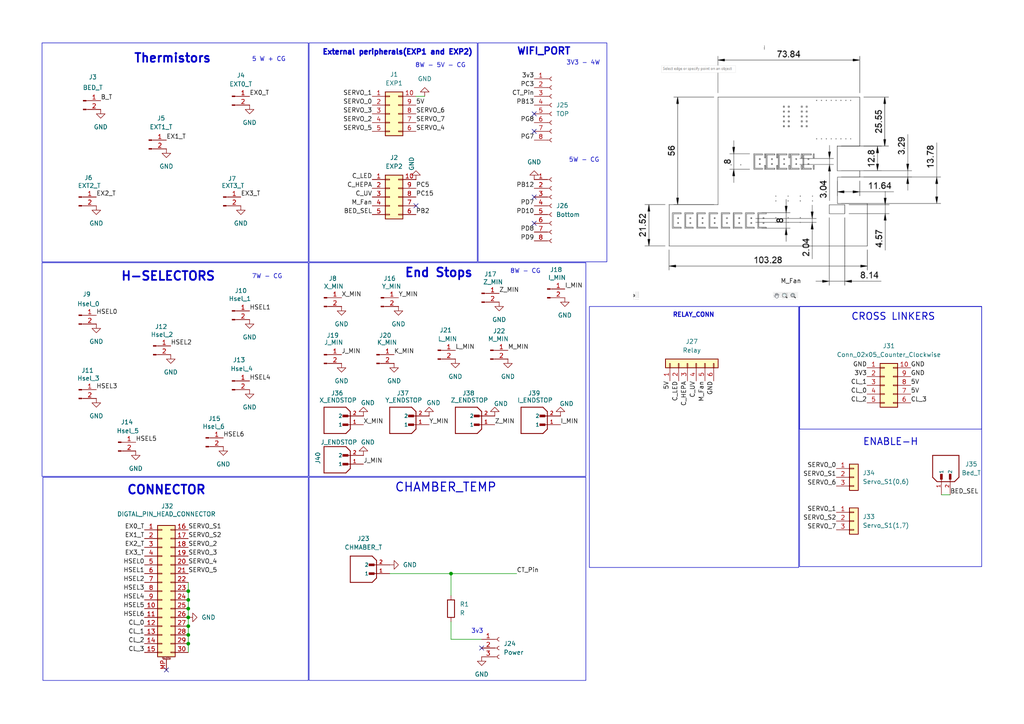
<source format=kicad_sch>
(kicad_sch (version 20231120) (generator "eeschema") (generator_version "8.0")
  (paper "A4")
  (title_block (title "Sister_Board V 1.0 ") (rev "1"))
  (lib_symbols
    (symbol "Connector:Conn_01x02_Pin" (pin_names (offset 1.016) hide)
      (property "Reference" "J" (at 0 2.54 0))
      (property "Value" "Conn_01x02_Pin" (at 0 -5.08 0))
      (symbol "Conn_01x02_Pin_1_1"
        (polyline (pts (xy 1.27 -2.54) (xy 0.8636 -2.54)) (stroke (width 0.1524)))
        (polyline (pts (xy 1.27 0) (xy 0.8636 0)) (stroke (width 0.1524)))
        (rectangle (start 0.8636 -2.413) (end 0 -2.667) (stroke (width 0.1524)) (fill (type outline)))
        (rectangle (start 0.8636 0.127) (end 0 -0.127) (stroke (width 0.1524)) (fill (type outline)))
        (pin passive line (at 5.08 0 180) (length 3.81) (name "Pin_1") (number "1"))
        (pin passive line (at 5.08 -2.54 180) (length 3.81) (name "Pin_2") (number "2"))
      )
    )
    (symbol "Connector:Conn_01x03_Socket" (pin_names (offset 1.016) hide)
      (property "Reference" "J" (at 0 5.08 0))
      (property "Value" "Conn_01x03_Socket" (at 0 -5.08 0))
      (symbol "Conn_01x03_Socket_1_1"
        (arc (start 0 -2.032) (mid -0.5058 -2.54) (end 0 -3.048) (stroke (width 0.1524)))
        (polyline (pts (xy -1.27 -2.54) (xy -0.508 -2.54)) (stroke (width 0.1524)))
        (polyline (pts (xy -1.27 0) (xy -0.508 0)) (stroke (width 0.1524)))
        (polyline (pts (xy -1.27 2.54) (xy -0.508 2.54)) (stroke (width 0.1524)))
        (arc (start 0 0.508) (mid -0.5058 0) (end 0 -0.508) (stroke (width 0.1524)))
        (arc (start 0 3.048) (mid -0.5058 2.54) (end 0 2.032) (stroke (width 0.1524)))
        (pin passive line (at -5.08 2.54 0) (length 3.81) (name "Pin_1") (number "1"))
        (pin passive line (at -5.08 0 0) (length 3.81) (name "Pin_2") (number "2"))
        (pin passive line (at -5.08 -2.54 0) (length 3.81) (name "Pin_3") (number "3"))
      )
    )
    (symbol "Connector:Conn_01x08_Socket" (pin_names (offset 1.016) hide)
      (property "Reference" "J" (at 0 10.16 0))
      (property "Value" "Conn_01x08_Socket" (at 0 -12.7 0))
      (symbol "Conn_01x08_Socket_1_1"
        (arc (start 0 -9.652) (mid -0.5058 -10.16) (end 0 -10.668) (stroke (width 0.1524)))
        (arc (start 0 -7.112) (mid -0.5058 -7.62) (end 0 -8.128) (stroke (width 0.1524)))
        (arc (start 0 -4.572) (mid -0.5058 -5.08) (end 0 -5.588) (stroke (width 0.1524)))
        (arc (start 0 -2.032) (mid -0.5058 -2.54) (end 0 -3.048) (stroke (width 0.1524)))
        (polyline (pts (xy -1.27 -10.16) (xy -0.508 -10.16)) (stroke (width 0.1524)))
        (polyline (pts (xy -1.27 -7.62) (xy -0.508 -7.62)) (stroke (width 0.1524)))
        (polyline (pts (xy -1.27 -5.08) (xy -0.508 -5.08)) (stroke (width 0.1524)))
        (polyline (pts (xy -1.27 -2.54) (xy -0.508 -2.54)) (stroke (width 0.1524)))
        (polyline (pts (xy -1.27 0) (xy -0.508 0)) (stroke (width 0.1524)))
        (polyline (pts (xy -1.27 2.54) (xy -0.508 2.54)) (stroke (width 0.1524)))
        (polyline (pts (xy -1.27 5.08) (xy -0.508 5.08)) (stroke (width 0.1524)))
        (polyline (pts (xy -1.27 7.62) (xy -0.508 7.62)) (stroke (width 0.1524)))
        (arc (start 0 0.508) (mid -0.5058 0) (end 0 -0.508) (stroke (width 0.1524)))
        (arc (start 0 3.048) (mid -0.5058 2.54) (end 0 2.032) (stroke (width 0.1524)))
        (arc (start 0 5.588) (mid -0.5058 5.08) (end 0 4.572) (stroke (width 0.1524)))
        (arc (start 0 8.128) (mid -0.5058 7.62) (end 0 7.112) (stroke (width 0.1524)))
        (pin passive line (at -5.08 7.62 0) (length 3.81) (name "Pin_1") (number "1"))
        (pin passive line (at -5.08 5.08 0) (length 3.81) (name "Pin_2") (number "2"))
        (pin passive line (at -5.08 2.54 0) (length 3.81) (name "Pin_3") (number "3"))
        (pin passive line (at -5.08 0 0) (length 3.81) (name "Pin_4") (number "4"))
        (pin passive line (at -5.08 -2.54 0) (length 3.81) (name "Pin_5") (number "5"))
        (pin passive line (at -5.08 -5.08 0) (length 3.81) (name "Pin_6") (number "6"))
        (pin passive line (at -5.08 -7.62 0) (length 3.81) (name "Pin_7") (number "7"))
        (pin passive line (at -5.08 -10.16 0) (length 3.81) (name "Pin_8") (number "8"))
      )
    )
    (symbol "Connector_Generic:Conn_01x03" (pin_names (offset 1.016) hide)
      (property "Reference" "J" (at 0 5.08 0))
      (property "Value" "Conn_01x03" (at 0 -5.08 0))
      (symbol "Conn_01x03_1_1"
        (rectangle (start -1.27 -2.413) (end 0 -2.667) (stroke (width 0.1524)))
        (rectangle (start -1.27 0.127) (end 0 -0.127) (stroke (width 0.1524)))
        (rectangle (start -1.27 2.667) (end 0 2.413) (stroke (width 0.1524)))
        (rectangle (start -1.27 3.81) (end 1.27 -3.81) (stroke (width 0.254)) (fill (type background)))
        (pin passive line (at -5.08 2.54 0) (length 3.81) (name "Pin_1") (number "1"))
        (pin passive line (at -5.08 0 0) (length 3.81) (name "Pin_2") (number "2"))
        (pin passive line (at -5.08 -2.54 0) (length 3.81) (name "Pin_3") (number "3"))
      )
    )
    (symbol "Connector_Generic:Conn_01x06" (pin_names (offset 1.016) hide)
      (property "Reference" "J" (at 0 7.62 0))
      (property "Value" "Conn_01x06" (at 0 -10.16 0))
      (symbol "Conn_01x06_1_1"
        (rectangle (start -1.27 -7.493) (end 0 -7.747) (stroke (width 0.1524)))
        (rectangle (start -1.27 -4.953) (end 0 -5.207) (stroke (width 0.1524)))
        (rectangle (start -1.27 -2.413) (end 0 -2.667) (stroke (width 0.1524)))
        (rectangle (start -1.27 0.127) (end 0 -0.127) (stroke (width 0.1524)))
        (rectangle (start -1.27 2.667) (end 0 2.413) (stroke (width 0.1524)))
        (rectangle (start -1.27 5.207) (end 0 4.953) (stroke (width 0.1524)))
        (rectangle (start -1.27 6.35) (end 1.27 -8.89) (stroke (width 0.254)) (fill (type background)))
        (pin passive line (at -5.08 5.08 0) (length 3.81) (name "Pin_1") (number "1"))
        (pin passive line (at -5.08 2.54 0) (length 3.81) (name "Pin_2") (number "2"))
        (pin passive line (at -5.08 0 0) (length 3.81) (name "Pin_3") (number "3"))
        (pin passive line (at -5.08 -2.54 0) (length 3.81) (name "Pin_4") (number "4"))
        (pin passive line (at -5.08 -5.08 0) (length 3.81) (name "Pin_5") (number "5"))
        (pin passive line (at -5.08 -7.62 0) (length 3.81) (name "Pin_6") (number "6"))
      )
    )
    (symbol "Connector_Generic:Conn_02x05_Counter_Clockwise" (pin_names (offset 1.016) hide)
      (property "Reference" "J" (at 1.27 7.62 0))
      (property "Value" "Conn_02x05_Counter_Clockwise" (at 1.27 -7.62 0))
      (symbol "Conn_02x05_Counter_Clockwise_1_1"
        (rectangle (start -1.27 -4.953) (end 0 -5.207) (stroke (width 0.1524)))
        (rectangle (start -1.27 -2.413) (end 0 -2.667) (stroke (width 0.1524)))
        (rectangle (start -1.27 0.127) (end 0 -0.127) (stroke (width 0.1524)))
        (rectangle (start -1.27 2.667) (end 0 2.413) (stroke (width 0.1524)))
        (rectangle (start -1.27 5.207) (end 0 4.953) (stroke (width 0.1524)))
        (rectangle (start -1.27 6.35) (end 3.81 -6.35) (stroke (width 0.254)) (fill (type background)))
        (rectangle (start 3.81 -4.953) (end 2.54 -5.207) (stroke (width 0.1524)))
        (rectangle (start 3.81 -2.413) (end 2.54 -2.667) (stroke (width 0.1524)))
        (rectangle (start 3.81 0.127) (end 2.54 -0.127) (stroke (width 0.1524)))
        (rectangle (start 3.81 2.667) (end 2.54 2.413) (stroke (width 0.1524)))
        (rectangle (start 3.81 5.207) (end 2.54 4.953) (stroke (width 0.1524)))
        (pin passive line (at -5.08 5.08 0) (length 3.81) (name "Pin_1") (number "1"))
        (pin passive line (at 7.62 5.08 180) (length 3.81) (name "Pin_10") (number "10"))
        (pin passive line (at -5.08 2.54 0) (length 3.81) (name "Pin_2") (number "2"))
        (pin passive line (at -5.08 0 0) (length 3.81) (name "Pin_3") (number "3"))
        (pin passive line (at -5.08 -2.54 0) (length 3.81) (name "Pin_4") (number "4"))
        (pin passive line (at -5.08 -5.08 0) (length 3.81) (name "Pin_5") (number "5"))
        (pin passive line (at 7.62 -5.08 180) (length 3.81) (name "Pin_6") (number "6"))
        (pin passive line (at 7.62 -2.54 180) (length 3.81) (name "Pin_7") (number "7"))
        (pin passive line (at 7.62 0 180) (length 3.81) (name "Pin_8") (number "8"))
        (pin passive line (at 7.62 2.54 180) (length 3.81) (name "Pin_9") (number "9"))
      )
    )
    (symbol "Connector_Generic_MountingPin:Conn_02x15_Top_Bottom_MountingPin" (pin_names (offset 1.016) hide)
      (property "Reference" "J" (at 1.27 20.32 0))
      (property "Value" "Conn_02x15_Top_Bottom_MountingPin" (at 2.54 -20.32 0))
      (symbol "Conn_02x15_Top_Bottom_MountingPin_1_1"
        (rectangle (start -1.27 -17.653) (end 0 -17.907) (stroke (width 0.1524)))
        (rectangle (start -1.27 -15.113) (end 0 -15.367) (stroke (width 0.1524)))
        (rectangle (start -1.27 -12.573) (end 0 -12.827) (stroke (width 0.1524)))
        (rectangle (start -1.27 -10.033) (end 0 -10.287) (stroke (width 0.1524)))
        (rectangle (start -1.27 -7.493) (end 0 -7.747) (stroke (width 0.1524)))
        (rectangle (start -1.27 -4.953) (end 0 -5.207) (stroke (width 0.1524)))
        (rectangle (start -1.27 -2.413) (end 0 -2.667) (stroke (width 0.1524)))
        (rectangle (start -1.27 0.127) (end 0 -0.127) (stroke (width 0.1524)))
        (rectangle (start -1.27 2.667) (end 0 2.413) (stroke (width 0.1524)))
        (rectangle (start -1.27 5.207) (end 0 4.953) (stroke (width 0.1524)))
        (rectangle (start -1.27 7.747) (end 0 7.493) (stroke (width 0.1524)))
        (rectangle (start -1.27 10.287) (end 0 10.033) (stroke (width 0.1524)))
        (rectangle (start -1.27 12.827) (end 0 12.573) (stroke (width 0.1524)))
        (rectangle (start -1.27 15.367) (end 0 15.113) (stroke (width 0.1524)))
        (rectangle (start -1.27 17.907) (end 0 17.653) (stroke (width 0.1524)))
        (rectangle (start -1.27 19.05) (end 3.81 -19.05) (stroke (width 0.254)) (fill (type background)))
        (polyline (pts (xy 0.254 -19.812) (xy 2.286 -19.812)) (stroke (width 0.1524)))
        (rectangle (start 3.81 -17.653) (end 2.54 -17.907) (stroke (width 0.1524)))
        (rectangle (start 3.81 -15.113) (end 2.54 -15.367) (stroke (width 0.1524)))
        (rectangle (start 3.81 -12.573) (end 2.54 -12.827) (stroke (width 0.1524)))
        (rectangle (start 3.81 -10.033) (end 2.54 -10.287) (stroke (width 0.1524)))
        (rectangle (start 3.81 -7.493) (end 2.54 -7.747) (stroke (width 0.1524)))
        (rectangle (start 3.81 -4.953) (end 2.54 -5.207) (stroke (width 0.1524)))
        (rectangle (start 3.81 -2.413) (end 2.54 -2.667) (stroke (width 0.1524)))
        (rectangle (start 3.81 0.127) (end 2.54 -0.127) (stroke (width 0.1524)))
        (rectangle (start 3.81 2.667) (end 2.54 2.413) (stroke (width 0.1524)))
        (rectangle (start 3.81 5.207) (end 2.54 4.953) (stroke (width 0.1524)))
        (rectangle (start 3.81 7.747) (end 2.54 7.493) (stroke (width 0.1524)))
        (rectangle (start 3.81 10.287) (end 2.54 10.033) (stroke (width 0.1524)))
        (rectangle (start 3.81 12.827) (end 2.54 12.573) (stroke (width 0.1524)))
        (rectangle (start 3.81 15.367) (end 2.54 15.113) (stroke (width 0.1524)))
        (rectangle (start 3.81 17.907) (end 2.54 17.653) (stroke (width 0.1524)))
        (text "Mounting" (at 1.27 -19.431 0) (effects (font (size 0.381 0.381))))
        (pin passive line (at -5.08 17.78 0) (length 3.81) (name "Pin_1") (number "1"))
        (pin passive line (at -5.08 -5.08 0) (length 3.81) (name "Pin_10") (number "10"))
        (pin passive line (at -5.08 -7.62 0) (length 3.81) (name "Pin_11") (number "11"))
        (pin passive line (at -5.08 -10.16 0) (length 3.81) (name "Pin_12") (number "12"))
        (pin passive line (at -5.08 -12.7 0) (length 3.81) (name "Pin_13") (number "13"))
        (pin passive line (at -5.08 -15.24 0) (length 3.81) (name "Pin_14") (number "14"))
        (pin passive line (at -5.08 -17.78 0) (length 3.81) (name "Pin_15") (number "15"))
        (pin passive line (at 7.62 17.78 180) (length 3.81) (name "Pin_16") (number "16"))
        (pin passive line (at 7.62 15.24 180) (length 3.81) (name "Pin_17") (number "17"))
        (pin passive line (at 7.62 12.7 180) (length 3.81) (name "Pin_18") (number "18"))
        (pin passive line (at 7.62 10.16 180) (length 3.81) (name "Pin_19") (number "19"))
        (pin passive line (at -5.08 15.24 0) (length 3.81) (name "Pin_2") (number "2"))
        (pin passive line (at 7.62 7.62 180) (length 3.81) (name "Pin_20") (number "20"))
        (pin passive line (at 7.62 5.08 180) (length 3.81) (name "Pin_21") (number "21"))
        (pin passive line (at 7.62 2.54 180) (length 3.81) (name "Pin_22") (number "22"))
        (pin passive line (at 7.62 0 180) (length 3.81) (name "Pin_23") (number "23"))
        (pin passive line (at 7.62 -2.54 180) (length 3.81) (name "Pin_24") (number "24"))
        (pin passive line (at 7.62 -5.08 180) (length 3.81) (name "Pin_25") (number "25"))
        (pin passive line (at 7.62 -7.62 180) (length 3.81) (name "Pin_26") (number "26"))
        (pin passive line (at 7.62 -10.16 180) (length 3.81) (name "Pin_27") (number "27"))
        (pin passive line (at 7.62 -12.7 180) (length 3.81) (name "Pin_28") (number "28"))
        (pin passive line (at 7.62 -15.24 180) (length 3.81) (name "Pin_29") (number "29"))
        (pin passive line (at -5.08 12.7 0) (length 3.81) (name "Pin_3") (number "3"))
        (pin passive line (at 7.62 -17.78 180) (length 3.81) (name "Pin_30") (number "30"))
        (pin passive line (at -5.08 10.16 0) (length 3.81) (name "Pin_4") (number "4"))
        (pin passive line (at -5.08 7.62 0) (length 3.81) (name "Pin_5") (number "5"))
        (pin passive line (at -5.08 5.08 0) (length 3.81) (name "Pin_6") (number "6"))
        (pin passive line (at -5.08 2.54 0) (length 3.81) (name "Pin_7") (number "7"))
        (pin passive line (at -5.08 0 0) (length 3.81) (name "Pin_8") (number "8"))
        (pin passive line (at -5.08 -2.54 0) (length 3.81) (name "Pin_9") (number "9"))
        (pin passive line (at 1.27 -22.86 90) (length 3.048) (name "MountPin") (number "MP"))
      )
    )
    (symbol "Device:R" (pin_numbers hide) (pin_names (offset 0))
      (property "Reference" "R" (at 2.032 0 90))
      (property "Value" "R" (at 0 0 90))
      (symbol "R_0_1"
        (rectangle (start -1.016 -2.54) (end 1.016 2.54) (stroke (width 0.254)))
      )
      (symbol "R_1_1"
        (pin passive line (at 0 3.81 270) (length 1.27) (name "~") (number "1"))
        (pin passive line (at 0 -3.81 90) (length 1.27) (name "~") (number "2"))
      )
    )
    (symbol "JST_1X02_CE:B2B-XH-A_LF__SN_" (pin_names (offset 1.016))
      (property "Reference" "J" (at -2.54 6.35 0))
      (property "Value" "B2B-XH-A_LF__SN_" (at -2.54 -5.08 0))
      (symbol "B2B-XH-A_LF__SN__0_0"
        (rectangle (start -3.175 -0.3175) (end -1.5875 0.3175) (stroke (width 0.1)) (fill (type outline)))
        (rectangle (start -3.175 2.2225) (end -1.5875 2.8575) (stroke (width 0.1)) (fill (type outline)))
        (polyline (pts (xy -3.81 -1.27) (xy -2.54 -2.54)) (stroke (width 0.254)))
        (polyline (pts (xy -3.81 3.81) (xy -3.81 -1.27)) (stroke (width 0.254)))
        (polyline (pts (xy -3.81 3.81) (xy -2.54 5.08)) (stroke (width 0.254)))
        (polyline (pts (xy -2.54 -2.54) (xy 3.81 -2.54)) (stroke (width 0.254)))
        (polyline (pts (xy 3.81 -2.54) (xy 3.81 5.08)) (stroke (width 0.254)))
        (polyline (pts (xy 3.81 5.08) (xy -2.54 5.08)) (stroke (width 0.254)))
        (pin passive line (at -7.62 2.54 0) (length 5.08) (name "1") (number "1"))
        (pin passive line (at -7.62 0 0) (length 5.08) (name "2") (number "2"))
      )
    )
    (symbol "power:GND" (power) (pin_numbers hide) (pin_names (offset 0) hide)
      (property "Value" "GND" (at 0 -3.81 0))
      (symbol "GND_0_1"
        (polyline (pts (xy 0 0) (xy 0 -1.27) (xy 1.27 -1.27) (xy 0 -2.54) (xy -1.27 -1.27) (xy 0 -1.27)))
      )
      (symbol "GND_1_1"
        (pin power_in line (at 0 0 270) (length 0) (name "~") (number "1"))
      )
    )
  )
  (junction (at 54.61 176.53))
  (junction (at 54.61 179.07))
  (junction (at 54.61 181.61))
  (junction (at 54.61 184.15))
  (junction (at 54.61 173.99))
  (junction (at 54.61 171.45))
  (junction (at 54.61 186.69))
  (junction (at 130.81 166.37))
  (no_connect (at 139.7 187.96))
  (no_connect (at 48.26 194.31))
  (no_connect (at 154.94 38.1))
  (no_connect (at 120.65 59.69))
  (no_connect (at 154.94 33.02))
  (no_connect (at 154.94 64.77))
  (no_connect (at 154.94 57.15))
  (wire (pts (xy 130.81 166.37) (xy 113.03 166.37)))
  (wire (pts (xy 120.65 27.94) (xy 123.19 27.94)))
  (wire (pts (xy 54.61 168.91) (xy 54.61 171.45)))
  (wire (pts (xy 54.61 181.61) (xy 54.61 184.15)))
  (wire (pts (xy 54.61 171.45) (xy 54.61 173.99)))
  (wire (pts (xy 54.61 184.15) (xy 54.61 186.69)))
  (wire (pts (xy 54.61 176.53) (xy 54.61 179.07)))
  (wire (pts (xy 130.81 172.72) (xy 130.81 166.37)))
  (wire (pts (xy 130.81 185.42) (xy 130.81 180.34)))
  (wire (pts (xy 54.61 179.07) (xy 54.61 181.61)))
  (wire (pts (xy 273.05 143.51) (xy 275.59 143.51)))
  (wire (pts (xy 130.81 166.37) (xy 149.86 166.37)))
  (wire (pts (xy 54.61 186.69) (xy 54.61 189.23)))
  (wire (pts (xy 139.7 185.42) (xy 130.81 185.42)))
  (wire (pts (xy 54.61 173.99) (xy 54.61 176.53)))
  (rectangle (start 12.446 138.43) (end 89.408 197.358))
  (rectangle (start 12.192 12.446) (end 89.408 75.946))
  (rectangle (start 138.684 12.446) (end 176.022 75.946))
  (rectangle (start 12.192 76.2) (end 89.408 138.176))
  (rectangle (start 89.662 138.43) (end 169.926 197.358))
  (rectangle (start 89.662 12.446) (end 138.43 75.946))
  (rectangle (start 89.662 76.2) (end 169.926 138.176))
  (rectangle (start 231.902 88.9) (end 284.734 124.46))
  (rectangle (start 170.942 88.9) (end 231.648 164.592))
  (rectangle (start 231.902 88.9) (end 284.734 164.338))
  (image (at 230.124 50.038) (scale 0.408593))
  (text "7W - CG\n" (at 77.47 80.264 0) (effects (font (size 1.27 1.27))))
  (text "5 W + CG\n" (at 77.978 17.272 0) (effects (font (size 1.27 1.27))))
  (text "Thermistors" (at 50.038 17.018 0) (effects (font (size 2.54 2.54) (thickness 0.508) (bold yes))))
  (text "ENABLE-H\n" (at 258.318 128.27 0) (effects (font (size 2.032 2.032) (thickness 0.254) (bold yes))))
  (text "8W - CG\n" (at 152.4 78.74 0) (effects (font (size 1.27 1.27))))
  (text "H-SELECTORS" (at 48.768 80.264 0) (effects (font (size 2.54 2.54) (thickness 0.508) (bold yes))))
  (text "External peripherals(EXP1 and EXP2)" (at 115.316 15.24 0) (effects (font (size 1.524 1.524) (thickness 0.508) (bold yes))))
  (text "CONNECTOR" (at 48.26 142.24 0) (effects (font (size 2.54 2.54) (thickness 0.508) (bold yes))))
  (text "3v3" (at 138.43 183.134 0) (effects (font (size 1.27 1.27) (thickness 0.1588))))
  (text "5W - CG\n" (at 169.418 46.482 0) (effects (font (size 1.27 1.27))))
  (text "CROSS LINKERS" (at 259.08 91.948 0) (effects (font (size 2.032 2.032) (thickness 0.254) (bold yes))))
  (text "3V3 - 4W" (at 169.164 18.288 0) (effects (font (size 1.27 1.27))))
  (text "RELAY_CONN" (at 201.168 91.44 0) (effects (font (size 1.27 1.27) (thickness 0.254) (bold yes))))
  (text "8W - 5V - CG\n\n" (at 127.762 20.066 0) (effects (font (size 1.27 1.27))))
  (text "End Stops" (at 127.254 79.248 0) (effects (font (size 2.54 2.54) (thickness 0.508) (bold yes))))
  (text "CHAMBER_TEMP" (at 129.286 141.478 0) (effects (font (size 2.54 2.54) (thickness 0.3175))))
  (text "WIFI_PORT\n" (at 157.734 14.986 0) (effects (font (size 2.032 2.032) (thickness 0.4064) (bold yes))))
  (label "PG8" (at 154.94 35.56 180))
  (label "SERVO_5" (at 107.95 38.1 180))
  (label "C_UV" (at 107.95 57.15 180))
  (label "HSEL5" (at 39.37 128.27 0))
  (label "SERVO_6" (at 120.65 33.02 0))
  (label "CT_Pin" (at 149.86 166.37 0) (effects (font (thickness 0.1588))))
  (label "GND" (at 264.16 109.22 0) (effects (font (thickness 0.1588))))
  (label "EX2_T" (at 41.91 158.75 180) (effects (font (thickness 0.1588))))
  (label "GND" (at 264.16 106.68 0) (effects (font (thickness 0.1588))))
  (label "EX0_T" (at 72.39 27.94 0) (effects (font (thickness 0.1588))))
  (label "EX2_T" (at 27.94 57.15 0) (effects (font (thickness 0.1588))))
  (label "HSEL3" (at 27.94 113.03 0))
  (label "SERVO_2" (at 54.61 158.75 0))
  (label "PC15" (at 120.65 57.15 0))
  (label "SERVO_4" (at 120.65 38.1 0))
  (label "HSEL2" (at 41.91 168.91 180))
  (label "SERVO_5" (at 54.61 166.37 0))
  (label "CL_2" (at 41.91 186.69 180) (effects (font (thickness 0.1588))))
  (label "C_UV" (at 201.93 110.49 270))
  (label "Y_MIN" (at 124.46 123.19 0))
  (label "CL_1" (at 41.91 184.15 180) (effects (font (thickness 0.1588))))
  (label "HSEL0" (at 27.94 91.44 0))
  (label "Z_MIN" (at 143.51 123.19 0))
  (label "HSEL1" (at 72.39 90.17 0))
  (label "PD8" (at 154.94 67.31 180))
  (label "X_MIN" (at 99.06 86.36 0))
  (label "SERVO_1" (at 107.95 27.94 180))
  (label "5V" (at 264.16 114.3 0))
  (label "5V" (at 120.65 30.48 0))
  (label "SERVO_S1" (at 242.57 138.43 180))
  (label "SERVO_1" (at 242.57 148.59 180))
  (label "CL_0" (at 41.91 181.61 180) (effects (font (thickness 0.1588))))
  (label "PB12" (at 154.94 54.61 180))
  (label "PC3" (at 154.94 25.4 180))
  (label "K_MIN" (at 114.3 102.87 0))
  (label "C_HEPA" (at 199.39 110.49 270))
  (label "M_MIN" (at 147.32 101.6 0))
  (label "5V" (at 264.16 111.76 0))
  (label "HSEL2" (at 49.53 100.33 0))
  (label "SERVO_0" (at 107.95 30.48 180))
  (label "I_MIN" (at 162.56 123.19 0))
  (label "EX1_T" (at 41.91 156.21 180) (effects (font (thickness 0.1588))))
  (label "HSEL4" (at 72.39 110.49 0))
  (label "PD10" (at 154.94 62.23 180))
  (label "EX3_T" (at 69.85 57.15 0) (effects (font (thickness 0.1588))))
  (label "HSEL6" (at 41.91 179.07 180))
  (label "CL_3" (at 41.91 189.23 180) (effects (font (thickness 0.1588))))
  (label "SERVO_7" (at 120.65 35.56 0))
  (label "EX0_T" (at 41.91 153.67 180) (effects (font (thickness 0.1588))))
  (label "CT_Pin" (at 154.94 27.94 180) (effects (font (thickness 0.1588))))
  (label "CL_3" (at 264.16 116.84 0) (effects (font (thickness 0.1588))))
  (label "J_MIN" (at 99.06 102.87 0))
  (label "Z_MIN" (at 144.78 85.09 0))
  (label "PD9" (at 154.94 69.85 180))
  (label "HSEL0" (at 41.91 163.83 180))
  (label "BED_SEL" (at 275.59 143.51 0))
  (label "PG7" (at 154.94 40.64 180))
  (label "SERVO_S1" (at 54.61 153.67 0))
  (label "Y_MIN" (at 115.57 86.36 0))
  (label "SERVO_6" (at 242.57 140.97 180))
  (label "C_HEPA" (at 107.95 54.61 180))
  (label "C_LED" (at 107.95 52.07 180))
  (label "3v3" (at 154.94 22.86 180) (effects (font (thickness 0.1588))))
  (label "SERVO_3" (at 107.95 33.02 180))
  (label "GND" (at 251.46 106.68 180) (effects (font (thickness 0.1588))))
  (label "SERVO_4" (at 54.61 163.83 0))
  (label "CL_0" (at 251.46 114.3 180) (effects (font (thickness 0.1588))))
  (label "PB2" (at 120.65 62.23 0))
  (label "HSEL5" (at 41.91 176.53 180))
  (label "HSEL4" (at 41.91 173.99 180))
  (label "PC5" (at 120.65 54.61 0))
  (label "L_MIN" (at 132.08 101.6 0))
  (label "CL_1" (at 251.46 111.76 180) (effects (font (thickness 0.1588))))
  (label "SERVO_0" (at 242.57 135.89 180))
  (label "BED_SEL" (at 107.95 62.23 180))
  (label "B_T" (at 29.21 29.21 0) (effects (font (thickness 0.1588))))
  (label "PD7" (at 154.94 59.69 180))
  (label "M_Fan" (at 107.95 59.69 180))
  (label "SERVO_S2" (at 54.61 156.21 0))
  (label "EX1_T" (at 48.26 40.64 0) (effects (font (thickness 0.1588))))
  (label "PB13" (at 154.94 30.48 180))
  (label "I_MIN" (at 163.83 83.82 0))
  (label "HSEL6" (at 64.77 127 0))
  (label "SERVO_S2" (at 242.57 151.13 180))
  (label "SERVO_2" (at 107.95 35.56 180))
  (label "EX3_T" (at 41.91 161.29 180) (effects (font (thickness 0.1588))))
  (label "GND" (at 207.01 110.49 270) (effects (font (thickness 0.1588))))
  (label "M_Fan" (at 232.41 82.55 180))
  (label "X_MIN" (at 105.41 123.19 0))
  (label "5V" (at 194.31 110.49 270))
  (label "M_Fan" (at 204.47 110.49 270))
  (label "HSEL1" (at 41.91 166.37 180))
  (label "CL_2" (at 251.46 116.84 180) (effects (font (thickness 0.1588))))
  (label "SERVO_3" (at 54.61 161.29 0))
  (label "SERVO_7" (at 242.57 153.67 180))
  (label "C_LED" (at 196.85 110.49 270))
  (label "HSEL3" (at 41.91 171.45 180))
  (label "J_MIN" (at 105.41 134.62 0))
  (label "3V3" (at 251.46 109.22 180) (effects (font (thickness 0.1588))))
  (symbol (lib_id "power:GND") (at 163.83 86.36 0) (unit 1)
    (property "Reference" "#PWR025" (effects (hide yes)))
    (property "Value" "GND" (at 163.83 91.44 0))
    (property "Description" "Power symbol creates a global label with name \"GND\" , ground" (effects (hide yes)))
  )
  (symbol (lib_id "JST_1X02_CE:B2B-XH-A_LF__SN_") (at 105.41 163.83 180) (unit 1)
    (property "Reference" "J23" (at 105.41 156.21 0))
    (property "Value" "CHMABER_T" (at 105.41 158.75 0))
    (property "Footprint" "Connector_PinSocket_2.54mm:PinSocket_1x02_P2.54mm_Vertical_SMD_Pin1Left" (effects (hide yes)))
    (property "MF" "JST Sales America Inc." (effects (hide yes)))
    (property "MAXIMUM_PACKAGE_HEIGHT" "7 mm" (effects (hide yes)))
    (property "Package" "None" (effects (hide yes)))
    (property "Price" "None" (effects (hide yes)))
    (property "Check_prices" "https://www.snapeda.com/parts/B2B-XH-A(LF)(SN)/JST+Sales+America+Inc./view-part/?ref=eda" (effects (hide yes)))
    (property "STANDARD" "Manufacturer Recommendations" (effects (hide yes)))
    (property "PARTREV" "N/A" (effects (hide yes)))
    (property "SnapEDA_Link" "https://www.snapeda.com/parts/B2B-XH-A(LF)(SN)/JST+Sales+America+Inc./view-part/?ref=snap" (effects (hide yes)))
    (property "MP" "B2B-XH-A(LF)(SN)" (effects (hide yes)))
    (property "Purchase-URL" "https://www.snapeda.com/api/url_track_click_mouser/?unipart_id=7154244&manufacturer=JST Sales America Inc.&part_name=B2B-XH-A(LF)(SN)&search_term=None" (effects (hide yes)))
    (property "Description_1" "\nConnector Header Through Hole 2 position 0.098 (2.50mm)\n" (effects (hide yes)))
    (property "Availability" "In Stock" (effects (hide yes)))
    (property "MANUFACTURER" "JST Sales America Inc." (effects (hide yes)))
  )
  (symbol (lib_id "power:GND") (at 39.37 130.81 0) (unit 1)
    (property "Reference" "#PWR020" (effects (hide yes)))
    (property "Value" "GND" (at 39.37 135.89 0))
    (property "Description" "Power symbol creates a global label with name \"GND\" , ground" (effects (hide yes)))
  )
  (symbol (lib_id "power:GND") (at 124.46 120.65 180) (unit 1)
    (property "Reference" "#PWR032" (effects (hide yes)))
    (property "Value" "GND" (at 125.73 116.84 0))
    (property "Description" "Power symbol creates a global label with name \"GND\" , ground" (effects (hide yes)))
  )
  (symbol (lib_id "JST_1X02_CE:B2B-XH-A_LF__SN_") (at 97.79 120.65 180) (unit 1)
    (property "Reference" "J36" (at 97.79 114.046 0))
    (property "Value" "X_ENDSTOP" (at 98.044 116.078 0))
    (property "Footprint" "Connector_PinSocket_2.54mm:PinSocket_1x02_P2.54mm_Vertical_SMD_Pin1Left" (effects (hide yes)))
    (property "MF" "JST Sales America Inc." (effects (hide yes)))
    (property "MAXIMUM_PACKAGE_HEIGHT" "7 mm" (effects (hide yes)))
    (property "Package" "None" (effects (hide yes)))
    (property "Price" "None" (effects (hide yes)))
    (property "Check_prices" "https://www.snapeda.com/parts/B2B-XH-A(LF)(SN)/JST+Sales+America+Inc./view-part/?ref=eda" (effects (hide yes)))
    (property "STANDARD" "Manufacturer Recommendations" (effects (hide yes)))
    (property "PARTREV" "N/A" (effects (hide yes)))
    (property "SnapEDA_Link" "https://www.snapeda.com/parts/B2B-XH-A(LF)(SN)/JST+Sales+America+Inc./view-part/?ref=snap" (effects (hide yes)))
    (property "MP" "B2B-XH-A(LF)(SN)" (effects (hide yes)))
    (property "Purchase-URL" "https://www.snapeda.com/api/url_track_click_mouser/?unipart_id=7154244&manufacturer=JST Sales America Inc.&part_name=B2B-XH-A(LF)(SN)&search_term=None" (effects (hide yes)))
    (property "Description_1" "\nConnector Header Through Hole 2 position 0.098 (2.50mm)\n" (effects (hide yes)))
    (property "Availability" "In Stock" (effects (hide yes)))
    (property "MANUFACTURER" "JST Sales America Inc." (effects (hide yes)))
  )
  (symbol (lib_id "Connector:Conn_01x02_Pin") (at 139.7 85.09 0) (unit 1)
    (property "Reference" "J17" (at 142.24 79.502 0))
    (property "Value" "Z_MIN" (at 143.002 81.788 0))
    (property "Footprint" "Connector_PinSocket_2.54mm:PinSocket_1x02_P2.54mm_Vertical_SMD_Pin1Left" (effects (hide yes)))
    (property "Description" "Generic connector, single row, 01x02, script generated" (effects (hide yes)))
  )
  (symbol (lib_id "Connector_Generic:Conn_01x03") (at 247.65 138.43 0) (unit 1)
    (property "Reference" "J34" (at 250.19 137.1599 0) (effects (justify left)))
    (property "Value" "Servo_S1(0,6)" (at 250.19 139.6999 0) (effects (justify left)))
    (property "Footprint" "Connector_PinHeader_2.54mm:PinHeader_1x03_P2.54mm_Vertical" (effects (hide yes)))
    (property "Description" "Generic connector, single row, 01x03, script generated (kicad-library-utils/schlib/autogen/connector/)" (effects (hide yes)))
  )
  (symbol (lib_id "JST_1X02_CE:B2B-XH-A_LF__SN_") (at 97.79 132.08 180) (unit 1)
    (property "Reference" "J40" (at 92.202 132.842 90))
    (property "Value" "J_ENDSTOP" (at 98.298 128.27 0))
    (property "Footprint" "Connector_PinSocket_2.54mm:PinSocket_1x02_P2.54mm_Vertical_SMD_Pin1Left" (effects (hide yes)))
    (property "MF" "JST Sales America Inc." (effects (hide yes)))
    (property "MAXIMUM_PACKAGE_HEIGHT" "7 mm" (effects (hide yes)))
    (property "Package" "None" (effects (hide yes)))
    (property "Price" "None" (effects (hide yes)))
    (property "Check_prices" "https://www.snapeda.com/parts/B2B-XH-A(LF)(SN)/JST+Sales+America+Inc./view-part/?ref=eda" (effects (hide yes)))
    (property "STANDARD" "Manufacturer Recommendations" (effects (hide yes)))
    (property "PARTREV" "N/A" (effects (hide yes)))
    (property "SnapEDA_Link" "https://www.snapeda.com/parts/B2B-XH-A(LF)(SN)/JST+Sales+America+Inc./view-part/?ref=snap" (effects (hide yes)))
    (property "MP" "B2B-XH-A(LF)(SN)" (effects (hide yes)))
    (property "Purchase-URL" "https://www.snapeda.com/api/url_track_click_mouser/?unipart_id=7154244&manufacturer=JST Sales America Inc.&part_name=B2B-XH-A(LF)(SN)&search_term=None" (effects (hide yes)))
    (property "Description_1" "\nConnector Header Through Hole 2 position 0.098 (2.50mm)\n" (effects (hide yes)))
    (property "Availability" "In Stock" (effects (hide yes)))
    (property "MANUFACTURER" "JST Sales America Inc." (effects (hide yes)))
  )
  (symbol (lib_id "power:GND") (at 99.06 88.9 0) (unit 1)
    (property "Reference" "#PWR022" (effects (hide yes)))
    (property "Value" "GND" (at 99.06 93.98 0))
    (property "Description" "Power symbol creates a global label with name \"GND\" , ground" (effects (hide yes)))
  )
  (symbol (lib_id "power:GND") (at 123.19 27.94 180) (unit 1)
    (property "Reference" "#PWR09" (effects (hide yes)))
    (property "Value" "GND" (at 123.19 22.86 0))
    (property "Description" "Power symbol creates a global label with name \"GND\" , ground" (effects (hide yes)))
  )
  (symbol (lib_id "Connector_Generic:Conn_02x05_Counter_Clockwise") (at 113.03 57.15 0) (unit 1)
    (property "Reference" "J2" (at 114.3 45.72 0))
    (property "Value" "EXP2" (at 114.3 48.26 0))
    (property "Footprint" "Connector_PinSocket_2.54mm:PinSocket_2x05_P2.54mm_Vertical_SMD" (effects (hide yes)))
    (property "Description" "Generic connector, double row, 02x05, counter clockwise pin numbering scheme (similar to DIP package numbering), script generated (kicad-library-utils/schlib/autogen/connector/)" (effects (hide yes)))
  )
  (symbol (lib_id "power:GND") (at 114.3 105.41 0) (unit 1)
    (property "Reference" "#PWR027" (effects (hide yes)))
    (property "Value" "GND" (at 114.3 110.49 0))
    (property "Description" "Power symbol creates a global label with name \"GND\" , ground" (effects (hide yes)))
  )
  (symbol (lib_id "power:GND") (at 72.39 30.48 0) (unit 1)
    (property "Reference" "#PWR03" (effects (hide yes)))
    (property "Value" "GND" (at 72.39 35.56 0))
    (property "Description" "Power symbol creates a global label with name \"GND\" , ground" (effects (hide yes)))
  )
  (symbol (lib_id "power:GND") (at 144.78 87.63 0) (unit 1)
    (property "Reference" "#PWR024" (effects (hide yes)))
    (property "Value" "GND" (at 144.78 92.71 0))
    (property "Description" "Power symbol creates a global label with name \"GND\" , ground" (effects (hide yes)))
  )
  (symbol (lib_id "Connector:Conn_01x02_Pin") (at 110.49 86.36 0) (unit 1)
    (property "Reference" "J16" (at 113.03 80.772 0))
    (property "Value" "Y_MIN" (at 113.538 83.058 0))
    (property "Footprint" "Connector_PinSocket_2.54mm:PinSocket_1x02_P2.54mm_Vertical_SMD_Pin1Left" (effects (hide yes)))
    (property "Description" "Generic connector, single row, 01x02, script generated" (effects (hide yes)))
  )
  (symbol (lib_id "power:GND") (at 72.39 113.03 0) (unit 1)
    (property "Reference" "#PWR019" (effects (hide yes)))
    (property "Value" "GND" (at 72.39 118.11 0))
    (property "Description" "Power symbol creates a global label with name \"GND\" , ground" (effects (hide yes)))
  )
  (symbol (lib_id "power:GND") (at 120.65 52.07 180) (unit 1)
    (property "Reference" "#PWR010" (effects (hide yes)))
    (property "Value" "GND" (at 119.38 49.53 90) (effects (justify right)))
    (property "Description" "Power symbol creates a global label with name \"GND\" , ground" (effects (hide yes)))
  )
  (symbol (lib_id "Connector:Conn_01x02_Pin") (at 142.24 101.6 0) (unit 1)
    (property "Reference" "J22" (at 144.78 96.012 0))
    (property "Value" "M_MIN" (at 144.526 98.298 0))
    (property "Footprint" "Connector_PinSocket_2.54mm:PinSocket_1x02_P2.54mm_Vertical_SMD_Pin1Left" (effects (hide yes)))
    (property "Description" "Generic connector, single row, 01x02, script generated" (effects (hide yes)))
  )
  (symbol (lib_id "power:GND") (at 27.94 59.69 0) (unit 1)
    (property "Reference" "#PWR04" (effects (hide yes)))
    (property "Value" "GND" (at 27.94 64.77 0))
    (property "Description" "Power symbol creates a global label with name \"GND\" , ground" (effects (hide yes)))
  )
  (symbol (lib_id "power:GND") (at 143.51 120.65 180) (unit 1)
    (property "Reference" "#PWR033" (effects (hide yes)))
    (property "Value" "GND" (at 145.288 117.094 0))
    (property "Description" "Power symbol creates a global label with name \"GND\" , ground" (effects (hide yes)))
  )
  (symbol (lib_id "JST_1X02_CE:B2B-XH-A_LF__SN_") (at 116.84 120.65 180) (unit 1)
    (property "Reference" "J37" (at 116.84 114.046 0))
    (property "Value" "Y_ENDSTOP" (at 117.094 116.078 0))
    (property "Footprint" "Connector_PinSocket_2.54mm:PinSocket_1x02_P2.54mm_Vertical_SMD_Pin1Left" (effects (hide yes)))
    (property "MF" "JST Sales America Inc." (effects (hide yes)))
    (property "MAXIMUM_PACKAGE_HEIGHT" "7 mm" (effects (hide yes)))
    (property "Package" "None" (effects (hide yes)))
    (property "Price" "None" (effects (hide yes)))
    (property "Check_prices" "https://www.snapeda.com/parts/B2B-XH-A(LF)(SN)/JST+Sales+America+Inc./view-part/?ref=eda" (effects (hide yes)))
    (property "STANDARD" "Manufacturer Recommendations" (effects (hide yes)))
    (property "PARTREV" "N/A" (effects (hide yes)))
    (property "SnapEDA_Link" "https://www.snapeda.com/parts/B2B-XH-A(LF)(SN)/JST+Sales+America+Inc./view-part/?ref=snap" (effects (hide yes)))
    (property "MP" "B2B-XH-A(LF)(SN)" (effects (hide yes)))
    (property "Purchase-URL" "https://www.snapeda.com/api/url_track_click_mouser/?unipart_id=7154244&manufacturer=JST Sales America Inc.&part_name=B2B-XH-A(LF)(SN)&search_term=None" (effects (hide yes)))
    (property "Description_1" "\nConnector Header Through Hole 2 position 0.098 (2.50mm)\n" (effects (hide yes)))
    (property "Availability" "In Stock" (effects (hide yes)))
    (property "MANUFACTURER" "JST Sales America Inc." (effects (hide yes)))
  )
  (symbol (lib_id "Connector_Generic:Conn_02x05_Counter_Clockwise") (at 256.54 111.76 0) (unit 1)
    (property "Reference" "J31" (at 257.81 100.33 0))
    (property "Value" "Conn_02x05_Counter_Clockwise" (at 257.81 102.87 0))
    (property "Footprint" "Connector_PinSocket_2.54mm:PinSocket_2x05_P2.54mm_Vertical_SMD" (effects (hide yes)))
    (property "Description" "Generic connector, double row, 02x05, counter clockwise pin numbering scheme (similar to DIP package numbering), script generated (kicad-library-utils/schlib/autogen/connector/)" (effects (hide yes)))
  )
  (symbol (lib_id "Connector:Conn_01x02_Pin") (at 64.77 57.15 0) (unit 1)
    (property "Reference" "J7" (at 67.31 51.816 0))
    (property "Value" "EXT3_T" (at 67.564 53.848 0))
    (property "Footprint" "Connector_PinSocket_2.54mm:PinSocket_1x02_P2.54mm_Vertical_SMD_Pin1Left" (effects (hide yes)))
    (property "Description" "Generic connector, single row, 01x02, script generated" (effects (hide yes)))
  )
  (symbol (lib_id "Connector:Conn_01x02_Pin") (at 43.18 40.64 0) (unit 1)
    (property "Reference" "J5" (at 46.736 34.29 0))
    (property "Value" "EXT1_T" (at 46.736 36.83 0))
    (property "Footprint" "Connector_PinSocket_2.54mm:PinSocket_1x02_P2.54mm_Vertical_SMD_Pin1Left" (effects (hide yes)))
    (property "Description" "Generic connector, single row, 01x02, script generated" (effects (hide yes)))
  )
  (symbol (lib_id "Connector_Generic:Conn_01x06") (at 199.39 105.41 90) (unit 1)
    (property "Reference" "J27" (at 200.66 99.06 90))
    (property "Value" "Relay" (at 200.66 101.6 90))
    (property "Footprint" "Connector_PinHeader_2.54mm:PinHeader_1x06_P2.54mm_Vertical" (effects (hide yes)))
    (property "Description" "Generic connector, single row, 01x06, script generated (kicad-library-utils/schlib/autogen/connector/)" (effects (hide yes)))
  )
  (symbol (lib_id "power:GND") (at 154.94 52.07 180) (unit 1)
    (property "Reference" "#PWR08" (effects (hide yes)))
    (property "Value" "GND" (at 154.94 46.99 0))
    (property "Description" "Power symbol creates a global label with name \"GND\" , ground" (effects (hide yes)))
  )
  (symbol (lib_id "Connector:Conn_01x02_Pin") (at 34.29 128.27 0) (unit 1)
    (property "Reference" "J14" (at 36.83 122.428 0))
    (property "Value" "Hsel_5" (at 37.084 124.968 0))
    (property "Footprint" "Connector_PinSocket_2.54mm:PinSocket_1x02_P2.54mm_Vertical_SMD_Pin1Left" (effects (hide yes)))
    (property "Description" "Generic connector, single row, 01x02, script generated" (effects (hide yes)))
  )
  (symbol (lib_id "Connector:Conn_01x02_Pin") (at 22.86 57.15 0) (unit 1)
    (property "Reference" "J6" (at 25.654 51.562 0))
    (property "Value" "EXT2_T" (at 25.908 53.848 0))
    (property "Footprint" "Connector_PinSocket_2.54mm:PinSocket_1x02_P2.54mm_Vertical_SMD_Pin1Left" (effects (hide yes)))
    (property "Description" "Generic connector, single row, 01x02, script generated" (effects (hide yes)))
  )
  (symbol (lib_id "power:GND") (at 105.41 120.65 180) (unit 1)
    (property "Reference" "#PWR031" (effects (hide yes)))
    (property "Value" "GND" (at 106.68 116.84 0))
    (property "Description" "Power symbol creates a global label with name \"GND\" , ground" (effects (hide yes)))
  )
  (symbol (lib_id "Connector:Conn_01x03_Socket") (at 144.78 187.96 0) (unit 1)
    (property "Reference" "J24" (at 146.05 186.6899 0) (effects (justify left)))
    (property "Value" "Power" (at 146.05 189.2299 0) (effects (justify left)))
    (property "Footprint" "Connector_PinHeader_2.54mm:PinHeader_1x03_P2.54mm_Vertical_SMD_Pin1Left" (effects (hide yes)))
    (property "Description" "Generic connector, single row, 01x03, script generated" (effects (hide yes)))
  )
  (symbol (lib_id "Connector:Conn_01x08_Socket") (at 160.02 59.69 0) (unit 1)
    (property "Reference" "J26" (at 161.29 59.6899 0) (effects (justify left)))
    (property "Value" "Bottom" (at 161.29 62.2299 0) (effects (justify left)))
    (property "Footprint" "Connector_PinHeader_2.54mm:PinHeader_1x08_P2.54mm_Vertical_SMD_Pin1Left" (effects (hide yes)))
    (property "Description" "Generic connector, single row, 01x08, script generated" (effects (hide yes)))
  )
  (symbol (lib_id "JST_1X02_CE:B2B-XH-A_LF__SN_") (at 135.89 120.65 180) (unit 1)
    (property "Reference" "J38" (at 135.89 114.046 0))
    (property "Value" "Z_ENDSTOP" (at 136.144 116.078 0))
    (property "Footprint" "Connector_PinSocket_2.54mm:PinSocket_1x02_P2.54mm_Vertical_SMD_Pin1Left" (effects (hide yes)))
    (property "MF" "JST Sales America Inc." (effects (hide yes)))
    (property "MAXIMUM_PACKAGE_HEIGHT" "7 mm" (effects (hide yes)))
    (property "Package" "None" (effects (hide yes)))
    (property "Price" "None" (effects (hide yes)))
    (property "Check_prices" "https://www.snapeda.com/parts/B2B-XH-A(LF)(SN)/JST+Sales+America+Inc./view-part/?ref=eda" (effects (hide yes)))
    (property "STANDARD" "Manufacturer Recommendations" (effects (hide yes)))
    (property "PARTREV" "N/A" (effects (hide yes)))
    (property "SnapEDA_Link" "https://www.snapeda.com/parts/B2B-XH-A(LF)(SN)/JST+Sales+America+Inc./view-part/?ref=snap" (effects (hide yes)))
    (property "MP" "B2B-XH-A(LF)(SN)" (effects (hide yes)))
    (property "Purchase-URL" "https://www.snapeda.com/api/url_track_click_mouser/?unipart_id=7154244&manufacturer=JST Sales America Inc.&part_name=B2B-XH-A(LF)(SN)&search_term=None" (effects (hide yes)))
    (property "Description_1" "\nConnector Header Through Hole 2 position 0.098 (2.50mm)\n" (effects (hide yes)))
    (property "Availability" "In Stock" (effects (hide yes)))
    (property "MANUFACTURER" "JST Sales America Inc." (effects (hide yes)))
  )
  (symbol (lib_id "power:GND") (at 139.7 190.5 0) (unit 1)
    (property "Reference" "#PWR06" (effects (hide yes)))
    (property "Value" "GND" (at 139.7 195.58 0))
    (property "Description" "Power symbol creates a global label with name \"GND\" , ground" (effects (hide yes)))
  )
  (symbol (lib_id "Connector:Conn_01x02_Pin") (at 24.13 29.21 0) (unit 1)
    (property "Reference" "J3" (at 26.924 22.352 0))
    (property "Value" "BED_T" (at 26.924 25.4 0))
    (property "Footprint" "Connector_PinSocket_2.54mm:PinSocket_1x02_P2.54mm_Vertical_SMD_Pin1Left" (effects (hide yes)))
    (property "Description" "Generic connector, single row, 01x02, script generated" (effects (hide yes)))
  )
  (symbol (lib_id "power:GND") (at 27.94 115.57 0) (unit 1)
    (property "Reference" "#PWR016" (effects (hide yes)))
    (property "Value" "GND" (at 27.94 120.65 0))
    (property "Description" "Power symbol creates a global label with name \"GND\" , ground" (effects (hide yes)))
  )
  (symbol (lib_id "Connector_Generic_MountingPin:Conn_02x15_Top_Bottom_MountingPin") (at 46.99 171.45 0) (unit 1)
    (property "Reference" "J32" (at 48.514 146.812 0))
    (property "Value" "DIGTAL_PIN_HEAD_CONNECTOR" (at 48.26 149.098 0))
    (property "Footprint" "Connector_IDC:IDC-Header_2x15-1MP_P2.54mm_Latch_Vertical" (effects (hide yes)))
    (property "Description" "Generic connectable mounting pin connector, double row, 02x15, top/bottom pin numbering scheme (row 1: 1...pins_per_row, row2: pins_per_row+1 ... num_pins), script generated (kicad-library-utils/schlib/autogen/connector/)" (effects (hide yes)))
  )
  (symbol (lib_id "Connector:Conn_01x02_Pin") (at 67.31 90.17 0) (unit 1)
    (property "Reference" "J10" (at 69.85 84.328 0))
    (property "Value" "Hsel_1" (at 69.596 86.614 0))
    (property "Footprint" "Connector_PinSocket_2.54mm:PinSocket_1x02_P2.54mm_Vertical_SMD_Pin1Left" (effects (hide yes)))
    (property "Description" "Generic connector, single row, 01x02, script generated" (effects (hide yes)))
  )
  (symbol (lib_id "Connector_Generic:Conn_02x05_Counter_Clockwise") (at 113.03 33.02 0) (unit 1)
    (property "Reference" "J1" (at 114.3 21.59 0))
    (property "Value" "EXP1" (at 114.3 24.13 0))
    (property "Footprint" "Connector_PinSocket_2.54mm:PinSocket_2x05_P2.54mm_Vertical_SMD" (effects (hide yes)))
    (property "Description" "Generic connector, double row, 02x05, counter clockwise pin numbering scheme (similar to DIP package numbering), script generated (kicad-library-utils/schlib/autogen/connector/)" (effects (hide yes)))
  )
  (symbol (lib_id "power:GND") (at 48.26 43.18 0) (unit 1)
    (property "Reference" "#PWR02" (effects (hide yes)))
    (property "Value" "GND" (at 48.26 48.26 0))
    (property "Description" "Power symbol creates a global label with name \"GND\" , ground" (effects (hide yes)))
  )
  (symbol (lib_id "Connector:Conn_01x02_Pin") (at 59.69 127 0) (unit 1)
    (property "Reference" "J15" (at 62.23 121.412 0))
    (property "Value" "Hsel_6" (at 61.976 123.698 0))
    (property "Footprint" "Connector_PinSocket_2.54mm:PinSocket_1x02_P2.54mm_Vertical_SMD_Pin1Left" (effects (hide yes)))
    (property "Description" "Generic connector, single row, 01x02, script generated" (effects (hide yes)))
  )
  (symbol (lib_id "Connector:Conn_01x02_Pin") (at 44.45 100.33 0) (unit 1)
    (property "Reference" "J12" (at 46.736 94.742 0))
    (property "Value" "Hsel_2" (at 46.99 97.028 0))
    (property "Footprint" "Connector_PinSocket_2.54mm:PinSocket_1x02_P2.54mm_Vertical_SMD_Pin1Left" (effects (hide yes)))
    (property "Description" "Generic connector, single row, 01x02, script generated" (effects (hide yes)))
  )
  (symbol (lib_id "Connector:Conn_01x02_Pin") (at 22.86 113.03 0) (unit 1)
    (property "Reference" "J11" (at 25.4 107.442 0))
    (property "Value" "Hsel_3" (at 25.654 109.728 0))
    (property "Footprint" "Connector_PinSocket_2.54mm:PinSocket_1x02_P2.54mm_Vertical_SMD_Pin1Left" (effects (hide yes)))
    (property "Description" "Generic connector, single row, 01x02, script generated" (effects (hide yes)))
  )
  (symbol (lib_id "power:GND") (at 147.32 104.14 0) (unit 1)
    (property "Reference" "#PWR029" (effects (hide yes)))
    (property "Value" "GND" (at 147.32 109.22 0))
    (property "Description" "Power symbol creates a global label with name \"GND\" , ground" (effects (hide yes)))
  )
  (symbol (lib_id "power:GND") (at 72.39 92.71 0) (unit 1)
    (property "Reference" "#PWR018" (effects (hide yes)))
    (property "Value" "GND" (at 72.39 97.79 0))
    (property "Description" "Power symbol creates a global label with name \"GND\" , ground" (effects (hide yes)))
  )
  (symbol (lib_id "power:GND") (at 69.85 59.69 0) (unit 1)
    (property "Reference" "#PWR05" (effects (hide yes)))
    (property "Value" "GND" (at 69.85 64.77 0))
    (property "Description" "Power symbol creates a global label with name \"GND\" , ground" (effects (hide yes)))
  )
  (symbol (lib_id "power:GND") (at 113.03 163.83 90) (unit 1)
    (property "Reference" "#PWR07" (effects (hide yes)))
    (property "Value" "GND" (at 116.84 163.8299 90) (effects (justify right)))
    (property "Description" "Power symbol creates a global label with name \"GND\" , ground" (effects (hide yes)))
  )
  (symbol (lib_id "Connector:Conn_01x02_Pin") (at 109.22 102.87 0) (unit 1)
    (property "Reference" "J20" (at 111.76 97.282 0))
    (property "Value" "K_MIN" (at 112.268 99.314 0))
    (property "Footprint" "Connector_PinSocket_2.54mm:PinSocket_1x02_P2.54mm_Vertical_SMD_Pin1Left" (effects (hide yes)))
    (property "Description" "Generic connector, single row, 01x02, script generated" (effects (hide yes)))
  )
  (symbol (lib_id "Connector:Conn_01x02_Pin") (at 67.31 27.94 0) (unit 1)
    (property "Reference" "J4" (at 69.85 21.844 0))
    (property "Value" "EXT0_T" (at 69.85 24.384 0))
    (property "Footprint" "Connector_PinSocket_2.54mm:PinSocket_1x02_P2.54mm_Vertical_SMD_Pin1Left" (effects (hide yes)))
    (property "Description" "Generic connector, single row, 01x02, script generated" (effects (hide yes)))
  )
  (symbol (lib_id "power:GND") (at 99.06 105.41 0) (unit 1)
    (property "Reference" "#PWR026" (effects (hide yes)))
    (property "Value" "GND" (at 99.06 110.49 0))
    (property "Description" "Power symbol creates a global label with name \"GND\" , ground" (effects (hide yes)))
  )
  (symbol (lib_id "Connector:Conn_01x02_Pin") (at 22.86 91.44 0) (unit 1)
    (property "Reference" "J9" (at 25.146 85.344 0))
    (property "Value" "Hsel_0" (at 25.654 88.138 0))
    (property "Footprint" "Connector_PinSocket_2.54mm:PinSocket_1x02_P2.54mm_Vertical_SMD_Pin1Left" (effects (hide yes)))
    (property "Description" "Generic connector, single row, 01x02, script generated" (effects (hide yes)))
  )
  (symbol (lib_id "Connector:Conn_01x02_Pin") (at 127 101.6 0) (unit 1)
    (property "Reference" "J21" (at 129.286 95.758 0))
    (property "Value" "L_MIN" (at 129.794 98.298 0))
    (property "Footprint" "Connector_PinSocket_2.54mm:PinSocket_1x02_P2.54mm_Vertical_SMD_Pin1Left" (effects (hide yes)))
    (property "Description" "Generic connector, single row, 01x02, script generated" (effects (hide yes)))
  )
  (symbol (lib_id "Connector:Conn_01x02_Pin") (at 158.75 83.82 0) (unit 1)
    (property "Reference" "J18" (at 161.29 78.232 0))
    (property "Value" "I_MIN" (at 161.544 80.518 0))
    (property "Footprint" "Connector_PinSocket_2.54mm:PinSocket_1x02_P2.54mm_Vertical_SMD_Pin1Left" (effects (hide yes)))
    (property "Description" "Generic connector, single row, 01x02, script generated" (effects (hide yes)))
  )
  (symbol (lib_id "Device:R") (at 130.81 176.53 180) (unit 1)
    (property "Reference" "R1" (at 133.35 175.2599 0) (effects (justify right)))
    (property "Value" "R" (at 133.35 177.7999 0) (effects (justify right)))
    (property "Footprint" "Resistor_THT:R_Axial_DIN0207_L6.3mm_D2.5mm_P7.62mm_Horizontal" (effects (hide yes)))
    (property "Description" "Resistor" (effects (hide yes)))
  )
  (symbol (lib_id "power:GND") (at 105.41 132.08 180) (unit 1)
    (property "Reference" "#PWR035" (effects (hide yes)))
    (property "Value" "GND" (at 106.68 128.27 0))
    (property "Description" "Power symbol creates a global label with name \"GND\" , ground" (effects (hide yes)))
  )
  (symbol (lib_id "JST_1X02_CE:B2B-XH-A_LF__SN_") (at 275.59 135.89 90) (unit 1)
    (property "Reference" "J35" (at 279.908 134.62 90) (effects (justify right)))
    (property "Value" "Bed_T" (at 278.892 137.16 90) (effects (justify right)))
    (property "Footprint" "Connector_PinSocket_2.54mm:PinSocket_1x02_P2.54mm_Vertical_SMD_Pin1Left" (effects (hide yes)))
    (property "MF" "JST Sales America Inc." (effects (hide yes)))
    (property "MAXIMUM_PACKAGE_HEIGHT" "7 mm" (effects (hide yes)))
    (property "Package" "None" (effects (hide yes)))
    (property "Price" "None" (effects (hide yes)))
    (property "Check_prices" "https://www.snapeda.com/parts/B2B-XH-A(LF)(SN)/JST+Sales+America+Inc./view-part/?ref=eda" (effects (hide yes)))
    (property "STANDARD" "Manufacturer Recommendations" (effects (hide yes)))
    (property "PARTREV" "N/A" (effects (hide yes)))
    (property "SnapEDA_Link" "https://www.snapeda.com/parts/B2B-XH-A(LF)(SN)/JST+Sales+America+Inc./view-part/?ref=snap" (effects (hide yes)))
    (property "MP" "B2B-XH-A(LF)(SN)" (effects (hide yes)))
    (property "Purchase-URL" "https://www.snapeda.com/api/url_track_click_mouser/?unipart_id=7154244&manufacturer=JST Sales America Inc.&part_name=B2B-XH-A(LF)(SN)&search_term=None" (effects (hide yes)))
    (property "Description_1" "\nConnector Header Through Hole 2 position 0.098 (2.50mm)\n" (effects (hide yes)))
    (property "Availability" "In Stock" (effects (hide yes)))
    (property "MANUFACTURER" "JST Sales America Inc." (effects (hide yes)))
  )
  (symbol (lib_id "power:GND") (at 54.61 179.07 90) (unit 1)
    (property "Reference" "#PWR030" (effects (hide yes)))
    (property "Value" "GND" (at 58.42 179.0699 90) (effects (justify right)))
    (property "Description" "Power symbol creates a global label with name \"GND\" , ground" (effects (hide yes)))
  )
  (symbol (lib_id "Connector:Conn_01x08_Socket") (at 160.02 30.48 0) (unit 1)
    (property "Reference" "J25" (at 161.29 30.4799 0) (effects (justify left)))
    (property "Value" "TOP" (at 161.29 33.0199 0) (effects (justify left)))
    (property "Footprint" "Connector_PinHeader_2.54mm:PinHeader_1x08_P2.54mm_Vertical_SMD_Pin1Left" (effects (hide yes)))
    (property "Description" "Generic connector, single row, 01x08, script generated" (effects (hide yes)))
  )
  (symbol (lib_id "power:GND") (at 162.56 120.65 180) (unit 1)
    (property "Reference" "#PWR034" (effects (hide yes)))
    (property "Value" "GND" (at 164.338 117.094 0))
    (property "Description" "Power symbol creates a global label with name \"GND\" , ground" (effects (hide yes)))
  )
  (symbol (lib_id "Connector:Conn_01x02_Pin") (at 93.98 102.87 0) (unit 1)
    (property "Reference" "J19" (at 96.52 97.282 0))
    (property "Value" "J_MIN" (at 96.774 99.314 0))
    (property "Footprint" "Connector_PinSocket_2.54mm:PinSocket_1x02_P2.54mm_Vertical_SMD_Pin1Left" (effects (hide yes)))
    (property "Description" "Generic connector, single row, 01x02, script generated" (effects (hide yes)))
  )
  (symbol (lib_id "Connector:Conn_01x02_Pin") (at 67.31 110.49 0) (unit 1)
    (property "Reference" "J13" (at 69.342 104.394 0))
    (property "Value" "Hsel_4" (at 70.104 106.934 0))
    (property "Footprint" "Connector_PinSocket_2.54mm:PinSocket_1x02_P2.54mm_Vertical_SMD_Pin1Left" (effects (hide yes)))
    (property "Description" "Generic connector, single row, 01x02, script generated" (effects (hide yes)))
  )
  (symbol (lib_id "JST_1X02_CE:B2B-XH-A_LF__SN_") (at 154.94 120.65 180) (unit 1)
    (property "Reference" "J39" (at 154.94 114.046 0))
    (property "Value" "I_ENDSTOP" (at 155.194 116.078 0))
    (property "Footprint" "Connector_PinSocket_2.54mm:PinSocket_1x02_P2.54mm_Vertical_SMD_Pin1Left" (effects (hide yes)))
    (property "MF" "JST Sales America Inc." (effects (hide yes)))
    (property "MAXIMUM_PACKAGE_HEIGHT" "7 mm" (effects (hide yes)))
    (property "Package" "None" (effects (hide yes)))
    (property "Price" "None" (effects (hide yes)))
    (property "Check_prices" "https://www.snapeda.com/parts/B2B-XH-A(LF)(SN)/JST+Sales+America+Inc./view-part/?ref=eda" (effects (hide yes)))
    (property "STANDARD" "Manufacturer Recommendations" (effects (hide yes)))
    (property "PARTREV" "N/A" (effects (hide yes)))
    (property "SnapEDA_Link" "https://www.snapeda.com/parts/B2B-XH-A(LF)(SN)/JST+Sales+America+Inc./view-part/?ref=snap" (effects (hide yes)))
    (property "MP" "B2B-XH-A(LF)(SN)" (effects (hide yes)))
    (property "Purchase-URL" "https://www.snapeda.com/api/url_track_click_mouser/?unipart_id=7154244&manufacturer=JST Sales America Inc.&part_name=B2B-XH-A(LF)(SN)&search_term=None" (effects (hide yes)))
    (property "Description_1" "\nConnector Header Through Hole 2 position 0.098 (2.50mm)\n" (effects (hide yes)))
    (property "Availability" "In Stock" (effects (hide yes)))
    (property "MANUFACTURER" "JST Sales America Inc." (effects (hide yes)))
  )
  (symbol (lib_id "power:GND") (at 27.94 93.98 0) (unit 1)
    (property "Reference" "#PWR015" (effects (hide yes)))
    (property "Value" "GND" (at 27.94 99.06 0))
    (property "Description" "Power symbol creates a global label with name \"GND\" , ground" (effects (hide yes)))
  )
  (symbol (lib_id "power:GND") (at 49.53 102.87 0) (unit 1)
    (property "Reference" "#PWR017" (effects (hide yes)))
    (property "Value" "GND" (at 49.53 107.95 0))
    (property "Description" "Power symbol creates a global label with name \"GND\" , ground" (effects (hide yes)))
  )
  (symbol (lib_id "power:GND") (at 64.77 129.54 0) (unit 1)
    (property "Reference" "#PWR021" (effects (hide yes)))
    (property "Value" "GND" (at 64.77 134.62 0))
    (property "Description" "Power symbol creates a global label with name \"GND\" , ground" (effects (hide yes)))
  )
  (symbol (lib_id "Connector:Conn_01x02_Pin") (at 93.98 86.36 0) (unit 1)
    (property "Reference" "J8" (at 96.52 80.772 0))
    (property "Value" "X_MIN" (at 96.774 83.058 0))
    (property "Footprint" "Connector_PinSocket_2.54mm:PinSocket_1x02_P2.54mm_Vertical_SMD_Pin1Left" (effects (hide yes)))
    (property "Description" "Generic connector, single row, 01x02, script generated" (effects (hide yes)))
  )
  (symbol (lib_id "power:GND") (at 115.57 88.9 0) (unit 1)
    (property "Reference" "#PWR023" (effects (hide yes)))
    (property "Value" "GND" (at 115.57 93.98 0))
    (property "Description" "Power symbol creates a global label with name \"GND\" , ground" (effects (hide yes)))
  )
  (symbol (lib_id "Connector_Generic:Conn_01x03") (at 247.65 151.13 0) (unit 1)
    (property "Reference" "J33" (at 250.19 149.8599 0) (effects (justify left)))
    (property "Value" "Servo_S1(1,7)" (at 250.19 152.3999 0) (effects (justify left)))
    (property "Footprint" "Connector_PinHeader_2.54mm:PinHeader_1x03_P2.54mm_Vertical" (effects (hide yes)))
    (property "Description" "Generic connector, single row, 01x03, script generated (kicad-library-utils/schlib/autogen/connector/)" (effects (hide yes)))
  )
  (symbol (lib_id "power:GND") (at 132.08 104.14 0) (unit 1)
    (property "Reference" "#PWR028" (effects (hide yes)))
    (property "Value" "GND" (at 132.08 109.22 0))
    (property "Description" "Power symbol creates a global label with name \"GND\" , ground" (effects (hide yes)))
  )
  (symbol (lib_id "power:GND") (at 29.21 31.75 0) (unit 1)
    (property "Reference" "#PWR01" (effects (hide yes)))
    (property "Value" "GND" (at 29.21 36.83 0))
    (property "Description" "Power symbol creates a global label with name \"GND\" , ground" (effects (hide yes)))
  )
)
</source>
